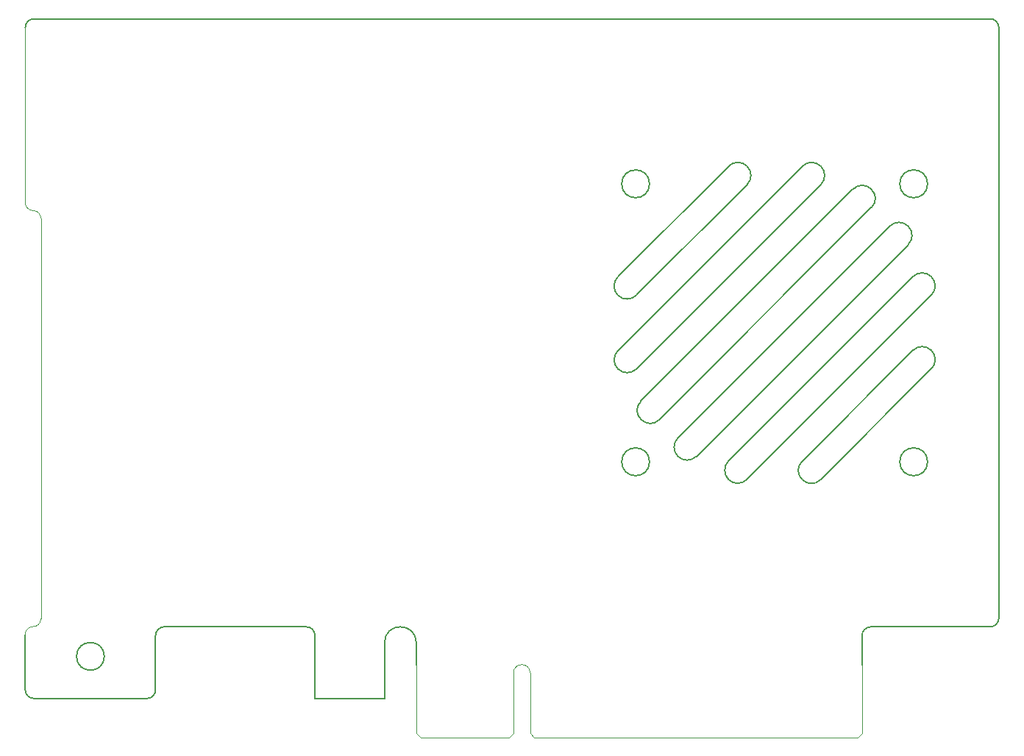
<source format=gm1>
%TF.GenerationSoftware,KiCad,Pcbnew,(5.1.9)-1*%
%TF.CreationDate,2021-05-23T15:16:43+08:00*%
%TF.ProjectId,V1,56312e6b-6963-4616-945f-706362585858,rev?*%
%TF.SameCoordinates,Original*%
%TF.FileFunction,Profile,NP*%
%FSLAX46Y46*%
G04 Gerber Fmt 4.6, Leading zero omitted, Abs format (unit mm)*
G04 Created by KiCad (PCBNEW (5.1.9)-1) date 2021-05-23 15:16:43*
%MOMM*%
%LPD*%
G01*
G04 APERTURE LIST*
%TA.AperFunction,Profile*%
%ADD10C,0.203200*%
%TD*%
%TA.AperFunction,Profile*%
%ADD11C,0.050000*%
%TD*%
%TA.AperFunction,Profile*%
%ADD12C,0.120000*%
%TD*%
%TA.AperFunction,Profile*%
%ADD13C,0.200000*%
%TD*%
%TA.AperFunction,Profile*%
%ADD14C,0.100000*%
%TD*%
G04 APERTURE END LIST*
D10*
X184299987Y-122299478D02*
G75*
G02*
X185350000Y-121250000I1025013J24478D01*
G01*
D11*
X88000000Y-52250000D02*
X88000000Y-72426000D01*
D12*
X88900000Y-73326000D02*
G75*
G02*
X89800000Y-74226000I0J-900000D01*
G01*
X88900000Y-73326000D02*
G75*
G02*
X88000000Y-72426000I0J900000D01*
G01*
D11*
X89800000Y-120326000D02*
X89800000Y-74226000D01*
D12*
X89800000Y-120326000D02*
G75*
G02*
X88900000Y-121226000I-900000J0D01*
G01*
X88000000Y-122126000D02*
G75*
G02*
X88900000Y-121226000I900000J0D01*
G01*
D13*
X133000000Y-123075000D02*
X133000000Y-125600000D01*
X133000000Y-123075000D02*
G75*
G03*
X129350000Y-123075000I-1825000J0D01*
G01*
X129350000Y-129500000D02*
X129350000Y-123075000D01*
X121350000Y-129500000D02*
X129350000Y-129500000D01*
X121350000Y-122250000D02*
X121350000Y-129500000D01*
X120350000Y-121250000D02*
G75*
G02*
X121350000Y-122250000I0J-1000000D01*
G01*
X104000000Y-121250000D02*
X120350000Y-121250000D01*
X103000000Y-122250000D02*
G75*
G02*
X104000000Y-121250000I1000000J0D01*
G01*
X103000000Y-122250000D02*
X103000000Y-128500000D01*
X102000000Y-129500000D02*
G75*
G03*
X103000000Y-128500000I0J1000000D01*
G01*
X89000000Y-129500000D02*
X102000000Y-129500000D01*
X88000000Y-128500000D02*
G75*
G03*
X89000000Y-129500000I1000000J0D01*
G01*
X88000000Y-128500000D02*
X88000000Y-122126000D01*
X89000000Y-51250000D02*
G75*
G03*
X88000000Y-52250000I0J-1000000D01*
G01*
X89000000Y-51250000D02*
X199050000Y-51250000D01*
X200050000Y-52250000D02*
G75*
G03*
X199050000Y-51250000I-1000000J0D01*
G01*
X200050000Y-52250000D02*
X200050000Y-120250000D01*
X97100000Y-124650001D02*
G75*
G03*
X97100000Y-124650001I-1600000J0D01*
G01*
X185350000Y-121250000D02*
X199050000Y-121250000D01*
X199050000Y-121250000D02*
G75*
G03*
X200050000Y-120250000I0J1000000D01*
G01*
X184300000Y-125600000D02*
X184300000Y-122300000D01*
D14*
X184300000Y-133500000D02*
X183800000Y-134000000D01*
X146100000Y-133500000D02*
X146600000Y-134000000D01*
X144200000Y-133500000D02*
X143700000Y-134000000D01*
X133000000Y-133500000D02*
X133500000Y-134000000D01*
X146600000Y-134000000D02*
X183800000Y-134000000D01*
X184300000Y-125600000D02*
X184300000Y-133500000D01*
X133500000Y-134000000D02*
X143700000Y-134000000D01*
X133000000Y-125600000D02*
X133000000Y-133500000D01*
X146100000Y-126550000D02*
X146100000Y-133500000D01*
X144200000Y-126550000D02*
X144200000Y-133500000D01*
X144200000Y-126550000D02*
G75*
G02*
X146100000Y-126550000I950000J0D01*
G01*
D13*
X171077833Y-70330285D02*
X158330285Y-83077833D01*
X156208964Y-80956513D02*
X168956513Y-68208964D01*
X179559191Y-70334207D02*
X158334207Y-91559191D01*
X156212887Y-89437871D02*
X177437871Y-68212887D01*
X177422167Y-102169715D02*
X190169715Y-89422167D01*
X192291036Y-91543487D02*
X179543487Y-104291036D01*
X168940809Y-102165793D02*
X190165793Y-80940809D01*
X192287113Y-83062129D02*
X171062129Y-104287113D01*
X158876835Y-95259204D02*
X183259204Y-70876835D01*
X185380525Y-72998155D02*
X160998155Y-97380525D01*
X187501845Y-75119475D02*
X163119475Y-99501845D01*
X165240796Y-101623165D02*
X189623165Y-77240796D01*
X159850000Y-102250000D02*
G75*
G03*
X159850000Y-102250000I-1600000J0D01*
G01*
X191850000Y-102250000D02*
G75*
G03*
X191850000Y-102250000I-1600000J0D01*
G01*
X159850000Y-70250000D02*
G75*
G03*
X159850000Y-70250000I-1600000J0D01*
G01*
X191850000Y-70250000D02*
G75*
G03*
X191850000Y-70250000I-1600000J0D01*
G01*
X158330284Y-83077833D02*
G75*
G02*
X156208964Y-80956513I-1060660J1060660D01*
G01*
X168956513Y-68208963D02*
G75*
G02*
X171077833Y-70330285I1060660J-1060661D01*
G01*
X158334207Y-91559191D02*
G75*
G02*
X156212887Y-89437871I-1060660J1060660D01*
G01*
X177437871Y-68212887D02*
G75*
G02*
X179559191Y-70334207I1060660J-1060660D01*
G01*
X190169716Y-89422167D02*
G75*
G02*
X192291036Y-91543487I1060660J-1060660D01*
G01*
X179543487Y-104291037D02*
G75*
G02*
X177422167Y-102169715I-1060660J1060661D01*
G01*
X190165793Y-80940809D02*
G75*
G02*
X192287113Y-83062129I1060660J-1060660D01*
G01*
X171062129Y-104287113D02*
G75*
G02*
X168940809Y-102165793I-1060660J1060660D01*
G01*
X183259203Y-70876835D02*
G75*
G02*
X185380525Y-72998155I1060661J-1060660D01*
G01*
X160998155Y-97380524D02*
G75*
G02*
X158876835Y-95259204I-1060660J1060660D01*
G01*
X165240797Y-101623165D02*
G75*
G02*
X163119475Y-99501845I-1060661J1060660D01*
G01*
X187501845Y-75119476D02*
G75*
G02*
X189623165Y-77240796I1060660J-1060660D01*
G01*
M02*

</source>
